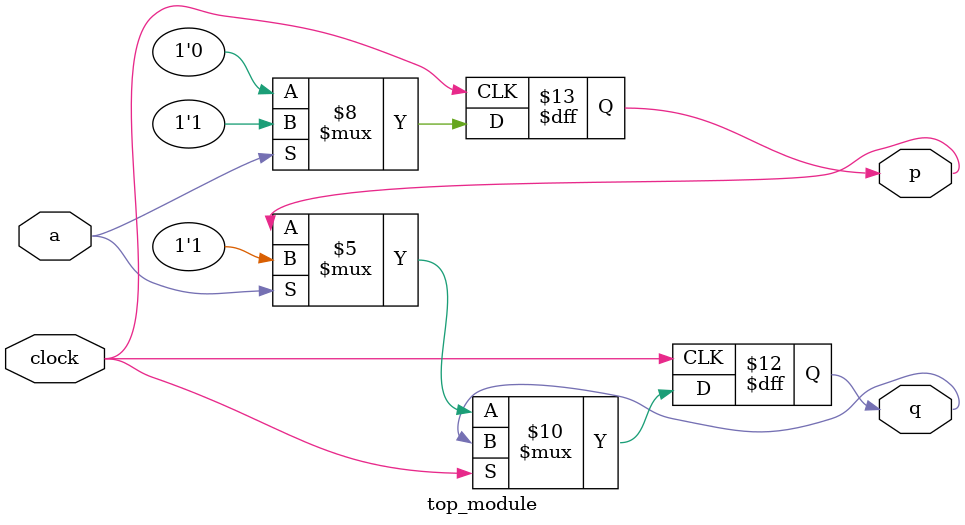
<source format=sv>
module top_module (
    input clock,
    input a, 
    output reg p,
    output reg q
);

    always @(posedge clock) begin
        if (a) begin
            p <= 1;
        end else begin
            p <= 0;
        end
    end

    always @(posedge clock or negedge clock) begin
        if (!clock) begin
            if (a) begin
                q <= 1;
            end else begin
                q <= p;
            end
        end
    end
endmodule

</source>
